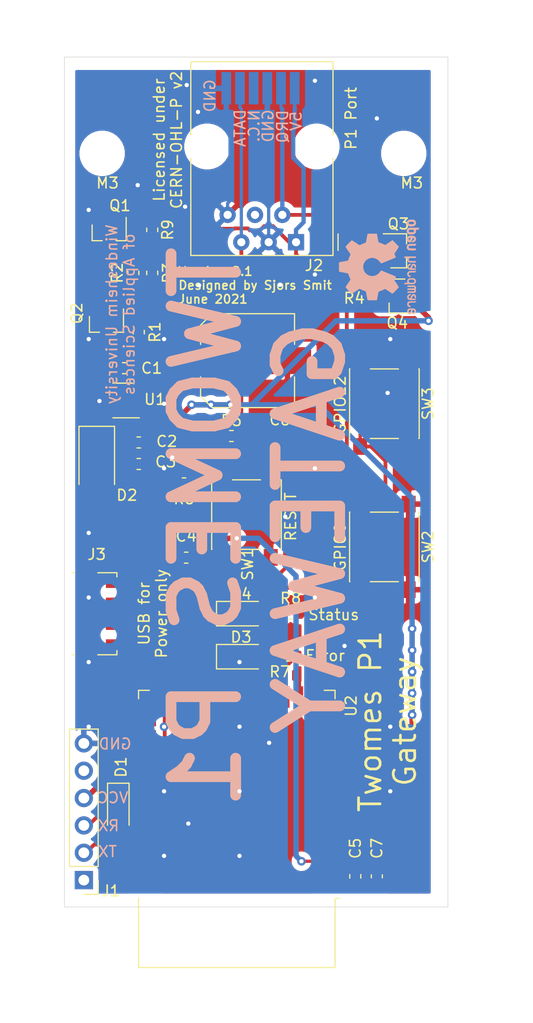
<source format=kicad_pcb>
(kicad_pcb (version 20171130) (host pcbnew "(5.1.7)-1")
  (layers (0 F.Cu signal) (31 B.Cu signal) (34 B.Paste user) (35 F.Paste user) (36 B.SilkS user) (37 F.SilkS user) (38 B.Mask user) (39 F.Mask user) (44 Edge.Cuts user))
  (net 0 "")
  (net 1 GND)
  (net 2 "Net-(C1-Pad1)")
  (net 3 +3V3)
  (net 4 /RESET)
  (net 5 /ESP_RX)
  (net 6 /RX0_5V)
  (net 7 VBUS)
  (net 8 "Net-(D3-Pad2)")
  (net 9 "Net-(D4-Pad2)")
  (net 10 /FTDI_CTS)
  (net 11 /ESP_TX)
  (net 12 /FTDI_DTR)
  (net 13 "Net-(J3-Pad4)")
  (net 14 "Net-(J3-Pad3)")
  (net 15 "Net-(J3-Pad2)")
  (net 16 "Net-(Q1-Pad3)")
  (net 17 +5V)
  (net 18 "Net-(Q1-Pad1)")
  (net 19 /DATA_REQ)
  (net 20 /ESP_DATA_REQ)
  (net 21 /RX_P1)
  (net 22 /LED_ERROR)
  (net 23 /LED_STATUS)
  (net 24 /GPIO0)
  (net 25 /GPIO12)
  (net 26 "Net-(U1-Pad4)")
  (net 27 "Net-(U2-Pad37)")
  (net 28 "Net-(U2-Pad36)")
  (net 29 "Net-(U2-Pad33)")
  (net 30 "Net-(U2-Pad32)")
  (net 31 "Net-(U2-Pad31)")
  (net 32 "Net-(U2-Pad30)")
  (net 33 "Net-(U2-Pad29)")
  (net 34 "Net-(U2-Pad26)")
  (net 35 "Net-(U2-Pad24)")
  (net 36 "Net-(U2-Pad23)")
  (net 37 "Net-(U2-Pad22)")
  (net 38 "Net-(U2-Pad21)")
  (net 39 "Net-(U2-Pad20)")
  (net 40 "Net-(U2-Pad19)")
  (net 41 "Net-(U2-Pad18)")
  (net 42 "Net-(U2-Pad17)")
  (net 43 "Net-(U2-Pad12)")
  (net 44 "Net-(U2-Pad11)")
  (net 45 "Net-(U2-Pad10)")
  (net 46 "Net-(U2-Pad9)")
  (net 47 "Net-(U2-Pad8)")
  (net 48 "Net-(U2-Pad7)")
  (net 49 "Net-(U2-Pad6)")
  (net 50 "Net-(U2-Pad5)")
  (net 51 "Net-(U2-Pad4)")
  (net 52 "Net-(J2-Pad4)")
  (net 53 "Net-(Q3-Pad1)")
  (net 54 "Net-(Q4-Pad2)")
  (net 55 "Net-(R2-Pad1)")
  (net 56 "Net-(R3-Pad2)")
  (net 57 "Net-(J4-Pad4)")
  (module Symbol:OSHW-Logo2_9.8x8mm_SilkScreen (layer B.Cu) (at 95.2 84.8 270)
    (fp_text reference REF** hide)
    (fp_text value OSHW-Logo2_9.8x8mm_SilkScreen hide)
  )
  (module Capacitor_SMD:C_0603_1608Metric (layer F.Cu) (at 95 141.4 270)
    (fp_text reference C7 (at -2.6 0 90) (layer F.SilkS))
    (fp_text value 10uF)
    (pad 2 smd roundrect (at 0.775 0 270) (size 0.9 0.95) (layers F.Cu F.Paste F.Mask) (net 1 GND))
    (pad 1 smd roundrect (at -0.775 0 270) (size 0.9 0.95) (layers F.Cu F.Paste F.Mask) (net 3 +3V3))
  )
  (module Capacitor_SMD:C_0603_1608Metric (layer F.Cu) (at 93 141.4 270)
    (fp_text reference C5 (at -2.6 0 90) (layer F.SilkS))
    (fp_text value 100nF)
    (pad 1 smd roundrect (at -0.7875 0 270) (size 0.875 0.95) (layers F.Cu F.Paste F.Mask) (net 3 +3V3))
    (pad 2 smd roundrect (at 0.7875 0 270) (size 0.875 0.95) (layers F.Cu F.Paste F.Mask) (net 1 GND))
  )
  (module Capacitor_SMD:CP_Elec_8x10.5 (layer F.Cu) (at 83 93.5)
    (fp_text reference C6 (at 3 5.5) (layer F.SilkS))
    (fp_text value 470uF)
    (pad 2 smd roundrect (at 3.7 0) (size 4.4 2.5) (layers F.Cu F.Paste F.Mask) (roundrect_rratio 0.1) (net 1 GND))
    (pad 1 smd roundrect (at -3.7 0) (size 4.4 2.5) (layers F.Cu F.Paste F.Mask) (roundrect_rratio 0.1) (net 2 "Net-(C1-Pad1)"))
  )
  (module Diode_SMD:D_SMA (layer F.Cu) (at 69 103 270)
    (fp_text reference D2 (at 3 -2.8 180) (layer F.SilkS))
    (fp_text value SS14)
    (pad 2 smd rect (at 2 0 270) (size 2.5 1.8) (layers F.Cu F.Paste F.Mask) (net 7 VBUS))
    (pad 1 smd rect (at -2 0 270) (size 2.5 1.8) (layers F.Cu F.Paste F.Mask) (net 2 "Net-(C1-Pad1)"))
  )
  (module TwomesGateway:Rj12SMD (layer B.Cu) (at 84.2 68.2)
    (fp_text reference J4 hide)
    (fp_text value Conn_01x06)
    (pad 6 smd rect (at -3.175 0 270) (size 3 0.9) (layers B.Cu B.Paste B.Mask) (net 1 GND))
    (pad 5 smd rect (at -1.905 0 270) (size 3 0.9) (layers B.Cu B.Paste B.Mask) (net 21 /RX_P1))
    (pad 4 smd rect (at -0.635 0 270) (size 3 0.9) (layers B.Cu B.Paste B.Mask) (net 57 "Net-(J4-Pad4)"))
    (pad 3 smd rect (at 0.635 0 270) (size 3 0.9) (layers B.Cu B.Paste B.Mask) (net 1 GND))
    (pad 2 smd rect (at 1.905 0 270) (size 3 0.9) (layers B.Cu B.Paste B.Mask) (net 19 /DATA_REQ))
    (pad 1 smd rect (at 3.175 0 270) (size 3 0.9) (layers B.Cu B.Paste B.Mask) (net 17 +5V))
  )
  (module TwomesGateway:ÙSB_JLC__SHOUHAN_microQTJ (layer F.Cu) (at 73.5 117 270)
    (fp_text reference J3 (at -5.5 4.5 180) (layer F.SilkS))
    (fp_text value USB_B_Micro)
    (pad 6 smd rect (at 3.2 3.2 270) (size 1.625 0.9) (layers F.Cu F.Paste F.Mask) (net 1 GND))
    (pad "" np_thru_hole circle (at 2 3.4 270) (size 0.5 0.5) (drill 0.5) (layers *.Cu *.Mask))
    (pad "" np_thru_hole circle (at -2 3.4 270) (size 0.5 0.5) (drill 0.5) (layers *.Cu *.Mask))
    (pad 5 smd rect (at 1.31 2.73 270) (size 0.4 1.85) (layers F.Cu F.Paste F.Mask) (net 1 GND))
    (pad 4 smd rect (at 0.66 2.73 270) (size 0.4 1.85) (layers F.Cu F.Paste F.Mask) (net 13 "Net-(J3-Pad4)"))
    (pad 3 smd rect (at 0.01 2.73 270) (size 0.4 1.85) (layers F.Cu F.Paste F.Mask) (net 14 "Net-(J3-Pad3)"))
    (pad 6 smd rect (at -3.2 3.2 270) (size 1.625 0.9) (layers F.Cu F.Paste F.Mask) (net 1 GND))
    (pad 2 smd rect (at -0.64 2.73 270) (size 0.4 1.85) (layers F.Cu F.Paste F.Mask) (net 15 "Net-(J3-Pad2)"))
    (pad 1 smd rect (at -1.29 2.73 270) (size 0.4 1.85) (layers F.Cu F.Paste F.Mask) (net 7 VBUS))
    (pad 6 smd rect (at 3.25 5.55 270) (size 1.715 1.3) (layers F.Cu F.Paste F.Mask) (net 1 GND))
    (pad 6 smd rect (at -3.25 5.55 270) (size 1.715 1.3) (layers F.Cu F.Paste F.Mask) (net 1 GND))
  )
  (module Resistor_SMD:R_0603_1608Metric (layer F.Cu) (at 74.15 81.35 270)
    (fp_text reference R9 (at 0 -1.43 90) (layer F.SilkS))
    (fp_text value 1R)
    (pad 2 smd roundrect (at 0.7875 0 270) (size 0.875 0.95) (layers F.Cu F.Paste F.Mask) (net 56 "Net-(R3-Pad2)"))
    (pad 1 smd roundrect (at -0.7875 0 270) (size 0.875 0.95) (layers F.Cu F.Paste F.Mask) (net 17 +5V))
  )
  (module Resistor_SMD:R_0603_1608Metric (layer F.Cu) (at 74.15 85.35 90)
    (fp_text reference R3 (at 0 1.5 90) (layer F.SilkS))
    (fp_text value 1R)
    (pad 2 smd roundrect (at 0.7875 0 90) (size 0.875 0.95) (layers F.Cu F.Paste F.Mask) (net 56 "Net-(R3-Pad2)"))
    (pad 1 smd roundrect (at -0.7875 0 90) (size 0.875 0.95) (layers F.Cu F.Paste F.Mask) (net 55 "Net-(R2-Pad1)"))
  )
  (module Package_TO_SOT_SMD:SOT-23 (layer F.Cu) (at 96.9 87.5 180)
    (fp_text reference Q4 (at 0 -2.5) (layer F.SilkS))
    (fp_text value MMBT3904)
    (pad 3 smd rect (at 1 0 180) (size 0.9 0.8) (layers F.Cu F.Paste F.Mask) (net 53 "Net-(Q3-Pad1)"))
    (pad 2 smd rect (at -1 0.95 180) (size 0.9 0.8) (layers F.Cu F.Paste F.Mask) (net 54 "Net-(Q4-Pad2)"))
    (pad 1 smd rect (at -1 -0.95 180) (size 0.9 0.8) (layers F.Cu F.Paste F.Mask) (net 3 +3V3))
  )
  (module Package_TO_SOT_SMD:SOT-23 (layer F.Cu) (at 97 83.3)
    (fp_text reference Q3 (at 0 -2.5) (layer F.SilkS))
    (fp_text value BC807)
    (pad 3 smd rect (at 1 0) (size 0.9 0.8) (layers F.Cu F.Paste F.Mask) (net 19 /DATA_REQ))
    (pad 2 smd rect (at -1 0.95) (size 0.9 0.8) (layers F.Cu F.Paste F.Mask) (net 17 +5V))
    (pad 1 smd rect (at -1 -0.95) (size 0.9 0.8) (layers F.Cu F.Paste F.Mask) (net 53 "Net-(Q3-Pad1)"))
  )
  (module Capacitor_SMD:C_0603_1608Metric (layer F.Cu) (at 77.3 111.8 180)
    (fp_text reference C4 (at 0 2) (layer F.SilkS))
    (fp_text value 100nF)
    (pad 2 smd roundrect (at 0.7875 0 180) (size 0.875 0.95) (layers F.Cu F.Paste F.Mask) (net 1 GND))
    (pad 1 smd roundrect (at -0.7875 0 180) (size 0.875 0.95) (layers F.Cu F.Paste F.Mask) (net 4 /RESET))
  )
  (module Package_TO_SOT_SMD:SOT-23 (layer F.Cu) (at 69.9 90.1 270)
    (fp_text reference Q2 (at -1 2.75 90) (layer F.SilkS))
    (fp_text value BC807)
    (pad 3 smd rect (at 1 0 270) (size 0.9 0.8) (layers F.Cu F.Paste F.Mask) (net 2 "Net-(C1-Pad1)"))
    (pad 2 smd rect (at -1 0.95 270) (size 0.9 0.8) (layers F.Cu F.Paste F.Mask) (net 18 "Net-(Q1-Pad1)"))
    (pad 1 smd rect (at -1 -0.95 270) (size 0.9 0.8) (layers F.Cu F.Paste F.Mask) (net 16 "Net-(Q1-Pad3)"))
  )
  (module Package_TO_SOT_SMD:SOT-23 (layer F.Cu) (at 70.15 81.6 270)
    (fp_text reference Q1 (at -2.5 -1 180) (layer F.SilkS))
    (fp_text value BC807)
    (pad 3 smd rect (at 1 0 270) (size 0.9 0.8) (layers F.Cu F.Paste F.Mask) (net 16 "Net-(Q1-Pad3)"))
    (pad 2 smd rect (at -1 0.95 270) (size 0.9 0.8) (layers F.Cu F.Paste F.Mask) (net 17 +5V))
    (pad 1 smd rect (at -1 -0.95 270) (size 0.9 0.8) (layers F.Cu F.Paste F.Mask) (net 18 "Net-(Q1-Pad1)"))
  )
  (module MountingHole:MountingHole_3.2mm_M3 (layer F.Cu) (at 69.5 74.25)
    (fp_text reference M3 (at 0.5 2.75) (layer F.SilkS))
    (fp_text value MountingHole_3.2mm_M3)
    (pad 1 np_thru_hole circle (at 0 0) (size 3.2 3.2) (drill 3.2) (layers *.Cu *.Mask))
  )
  (module MountingHole:MountingHole_3.2mm_M3 (layer F.Cu) (at 97.5 74.25)
    (fp_text reference M3 (at 0.75 2.75) (layer F.SilkS))
    (fp_text value MountingHole_3.2mm_M3)
    (pad 1 np_thru_hole circle (at 0 0) (size 3.2 3.2) (drill 3.2) (layers *.Cu *.Mask))
  )
  (module Connector_RJ:RJ12_Amphenol_54601 (layer F.Cu) (at 87.5 82.5 180)
    (fp_text reference J2 (at -1.67 -2.16) (layer F.SilkS))
    (fp_text value RJ12-6P6C)
    (pad 1 thru_hole rect (at 0 0 180) (size 1.52 1.52) (drill 0.76) (layers *.Cu *.Mask) (net 17 +5V))
    (pad "" np_thru_hole circle (at -1.91 8.89 180) (size 3.25 3.25) (drill 3.25) (layers *.Cu *.Mask))
    (pad 2 thru_hole circle (at 1.27 2.54 180) (size 1.52 1.52) (drill 0.76) (layers *.Cu *.Mask) (net 19 /DATA_REQ))
    (pad 3 thru_hole circle (at 2.54 0 180) (size 1.52 1.52) (drill 0.76) (layers *.Cu *.Mask) (net 1 GND))
    (pad 4 thru_hole circle (at 3.81 2.54 180) (size 1.52 1.52) (drill 0.76) (layers *.Cu *.Mask) (net 52 "Net-(J2-Pad4)"))
    (pad 5 thru_hole circle (at 5.08 0 180) (size 1.52 1.52) (drill 0.76) (layers *.Cu *.Mask) (net 21 /RX_P1))
    (pad 6 thru_hole circle (at 6.35 2.54 180) (size 1.52 1.52) (drill 0.76) (layers *.Cu *.Mask) (net 1 GND))
    (pad "" np_thru_hole circle (at 8.25 8.89 180) (size 3.25 3.25) (drill 3.25) (layers *.Cu *.Mask))
  )
  (module Diode_SMD:D_SOD-123 (layer F.Cu) (at 71 135 270)
    (fp_text reference D1 (at -3.75 -0.25 90) (layer F.SilkS))
    (fp_text value 1N4148W)
    (pad 2 smd rect (at 1.65 0 270) (size 0.9 1.2) (layers F.Cu F.Paste F.Mask) (net 5 /ESP_RX))
    (pad 1 smd rect (at -1.65 0 270) (size 0.9 1.2) (layers F.Cu F.Paste F.Mask) (net 6 /RX0_5V))
  )
  (module RF_Module:ESP32-WROOM-32 (layer F.Cu) (at 82 134 180)
    (fp_text reference U2 (at -10.61 8.43 90) (layer F.SilkS))
    (fp_text value ESP32-WROOM-32D)
    (pad 38 smd rect (at 8.5 -8.255 180) (size 2 0.9) (layers F.Cu F.Paste F.Mask) (net 1 GND))
    (pad 37 smd rect (at 8.5 -6.985 180) (size 2 0.9) (layers F.Cu F.Paste F.Mask) (net 27 "Net-(U2-Pad37)"))
    (pad 36 smd rect (at 8.5 -5.715 180) (size 2 0.9) (layers F.Cu F.Paste F.Mask) (net 28 "Net-(U2-Pad36)"))
    (pad 35 smd rect (at 8.5 -4.445 180) (size 2 0.9) (layers F.Cu F.Paste F.Mask) (net 11 /ESP_TX))
    (pad 34 smd rect (at 8.5 -3.175 180) (size 2 0.9) (layers F.Cu F.Paste F.Mask) (net 5 /ESP_RX))
    (pad 33 smd rect (at 8.5 -1.905 180) (size 2 0.9) (layers F.Cu F.Paste F.Mask) (net 29 "Net-(U2-Pad33)"))
    (pad 32 smd rect (at 8.5 -0.635 180) (size 2 0.9) (layers F.Cu F.Paste F.Mask) (net 30 "Net-(U2-Pad32)"))
    (pad 31 smd rect (at 8.5 0.635 180) (size 2 0.9) (layers F.Cu F.Paste F.Mask) (net 31 "Net-(U2-Pad31)"))
    (pad 30 smd rect (at 8.5 1.905 180) (size 2 0.9) (layers F.Cu F.Paste F.Mask) (net 32 "Net-(U2-Pad30)"))
    (pad 29 smd rect (at 8.5 3.175 180) (size 2 0.9) (layers F.Cu F.Paste F.Mask) (net 33 "Net-(U2-Pad29)"))
    (pad 28 smd rect (at 8.5 4.445 180) (size 2 0.9) (layers F.Cu F.Paste F.Mask) (net 20 /ESP_DATA_REQ))
    (pad 27 smd rect (at 8.5 5.715 180) (size 2 0.9) (layers F.Cu F.Paste F.Mask) (net 21 /RX_P1))
    (pad 26 smd rect (at 8.5 6.985 180) (size 2 0.9) (layers F.Cu F.Paste F.Mask) (net 34 "Net-(U2-Pad26)"))
    (pad 25 smd rect (at 8.5 8.255 180) (size 2 0.9) (layers F.Cu F.Paste F.Mask) (net 24 /GPIO0))
    (pad 24 smd rect (at 5.715 9.255 270) (size 2 0.9) (layers F.Cu F.Paste F.Mask) (net 35 "Net-(U2-Pad24)"))
    (pad 23 smd rect (at 4.445 9.255 270) (size 2 0.9) (layers F.Cu F.Paste F.Mask) (net 36 "Net-(U2-Pad23)"))
    (pad 22 smd rect (at 3.175 9.255 270) (size 2 0.9) (layers F.Cu F.Paste F.Mask) (net 37 "Net-(U2-Pad22)"))
    (pad 21 smd rect (at 1.905 9.255 270) (size 2 0.9) (layers F.Cu F.Paste F.Mask) (net 38 "Net-(U2-Pad21)"))
    (pad 20 smd rect (at 0.635 9.255 270) (size 2 0.9) (layers F.Cu F.Paste F.Mask) (net 39 "Net-(U2-Pad20)"))
    (pad 19 smd rect (at -0.635 9.255 270) (size 2 0.9) (layers F.Cu F.Paste F.Mask) (net 40 "Net-(U2-Pad19)"))
    (pad 18 smd rect (at -1.905 9.255 270) (size 2 0.9) (layers F.Cu F.Paste F.Mask) (net 41 "Net-(U2-Pad18)"))
    (pad 17 smd rect (at -3.175 9.255 270) (size 2 0.9) (layers F.Cu F.Paste F.Mask) (net 42 "Net-(U2-Pad17)"))
    (pad 16 smd rect (at -4.445 9.255 270) (size 2 0.9) (layers F.Cu F.Paste F.Mask) (net 22 /LED_ERROR))
    (pad 15 smd rect (at -5.715 9.255 270) (size 2 0.9) (layers F.Cu F.Paste F.Mask) (net 1 GND))
    (pad 14 smd rect (at -8.5 8.255 180) (size 2 0.9) (layers F.Cu F.Paste F.Mask) (net 25 /GPIO12))
    (pad 13 smd rect (at -8.5 6.985 180) (size 2 0.9) (layers F.Cu F.Paste F.Mask) (net 23 /LED_STATUS))
    (pad 12 smd rect (at -8.5 5.715 180) (size 2 0.9) (layers F.Cu F.Paste F.Mask) (net 43 "Net-(U2-Pad12)"))
    (pad 11 smd rect (at -8.5 4.445 180) (size 2 0.9) (layers F.Cu F.Paste F.Mask) (net 44 "Net-(U2-Pad11)"))
    (pad 10 smd rect (at -8.5 3.175 180) (size 2 0.9) (layers F.Cu F.Paste F.Mask) (net 45 "Net-(U2-Pad10)"))
    (pad 9 smd rect (at -8.5 1.905 180) (size 2 0.9) (layers F.Cu F.Paste F.Mask) (net 46 "Net-(U2-Pad9)"))
    (pad 8 smd rect (at -8.5 0.635 180) (size 2 0.9) (layers F.Cu F.Paste F.Mask) (net 47 "Net-(U2-Pad8)"))
    (pad 7 smd rect (at -8.5 -0.635 180) (size 2 0.9) (layers F.Cu F.Paste F.Mask) (net 48 "Net-(U2-Pad7)"))
    (pad 6 smd rect (at -8.5 -1.905 180) (size 2 0.9) (layers F.Cu F.Paste F.Mask) (net 49 "Net-(U2-Pad6)"))
    (pad 5 smd rect (at -8.5 -3.175 180) (size 2 0.9) (layers F.Cu F.Paste F.Mask) (net 50 "Net-(U2-Pad5)"))
    (pad 4 smd rect (at -8.5 -4.445 180) (size 2 0.9) (layers F.Cu F.Paste F.Mask) (net 51 "Net-(U2-Pad4)"))
    (pad 3 smd rect (at -8.5 -5.715 180) (size 2 0.9) (layers F.Cu F.Paste F.Mask) (net 4 /RESET))
    (pad 2 smd rect (at -8.5 -6.985 180) (size 2 0.9) (layers F.Cu F.Paste F.Mask) (net 3 +3V3))
    (pad 1 smd rect (at -8.5 -8.255 180) (size 2 0.9) (layers F.Cu F.Paste F.Mask) (net 1 GND))
    (pad 39 smd rect (at -1 -0.755 180) (size 5 5) (layers F.Cu F.Paste F.Mask) (net 1 GND))
  )
  (module Package_TO_SOT_SMD:SOT-23-5 (layer F.Cu) (at 71.4 97.2 180)
    (fp_text reference U1 (at -3 0.1) (layer F.SilkS))
    (fp_text value AP7365-33WG-7)
    (pad 5 smd rect (at 1.1 -0.95 180) (size 1.06 0.65) (layers F.Cu F.Paste F.Mask) (net 3 +3V3))
    (pad 4 smd rect (at 1.1 0.95 180) (size 1.06 0.65) (layers F.Cu F.Paste F.Mask) (net 26 "Net-(U1-Pad4)"))
    (pad 3 smd rect (at -1.1 0.95 180) (size 1.06 0.65) (layers F.Cu F.Paste F.Mask) (net 2 "Net-(C1-Pad1)"))
    (pad 2 smd rect (at -1.1 0 180) (size 1.06 0.65) (layers F.Cu F.Paste F.Mask) (net 1 GND))
    (pad 1 smd rect (at -1.1 -0.95 180) (size 1.06 0.65) (layers F.Cu F.Paste F.Mask) (net 2 "Net-(C1-Pad1)"))
  )
  (module Button_Switch_SMD:SW_Push_1P1T_NO_6x6mm_H9.5mm (layer F.Cu) (at 95.7 97.5 270)
    (fp_text reference SW3 (at 0 -4.05 90) (layer F.SilkS))
    (fp_text value SW_Push)
    (pad 2 smd rect (at 3.975 2.25 270) (size 1.55 1.3) (layers F.Cu F.Paste F.Mask) (net 25 /GPIO12))
    (pad 1 smd rect (at 3.975 -2.25 270) (size 1.55 1.3) (layers F.Cu F.Paste F.Mask) (net 1 GND))
    (pad 1 smd rect (at -3.975 -2.25 270) (size 1.55 1.3) (layers F.Cu F.Paste F.Mask) (net 1 GND))
    (pad 2 smd rect (at -3.975 2.25 270) (size 1.55 1.3) (layers F.Cu F.Paste F.Mask) (net 25 /GPIO12))
  )
  (module Button_Switch_SMD:SW_Push_1P1T_NO_6x6mm_H9.5mm (layer F.Cu) (at 95.7 110.8 270)
    (fp_text reference SW2 (at 0 -4.05 90) (layer F.SilkS))
    (fp_text value SW_Push)
    (pad 2 smd rect (at 3.975 2.25 270) (size 1.55 1.3) (layers F.Cu F.Paste F.Mask) (net 24 /GPIO0))
    (pad 1 smd rect (at 3.975 -2.25 270) (size 1.55 1.3) (layers F.Cu F.Paste F.Mask) (net 1 GND))
    (pad 1 smd rect (at -3.975 -2.25 270) (size 1.55 1.3) (layers F.Cu F.Paste F.Mask) (net 1 GND))
    (pad 2 smd rect (at -3.975 2.25 270) (size 1.55 1.3) (layers F.Cu F.Paste F.Mask) (net 24 /GPIO0))
  )
  (module Button_Switch_SMD:SW_Push_1P1T_NO_6x6mm_H9.5mm (layer F.Cu) (at 82.9 107.8 270)
    (fp_text reference SW1 (at 4.6 -0.1 90) (layer F.SilkS))
    (fp_text value SW_Push)
    (pad 2 smd rect (at 3.975 2.25 270) (size 1.55 1.3) (layers F.Cu F.Paste F.Mask) (net 4 /RESET))
    (pad 1 smd rect (at 3.975 -2.25 270) (size 1.55 1.3) (layers F.Cu F.Paste F.Mask) (net 1 GND))
    (pad 1 smd rect (at -3.975 -2.25 270) (size 1.55 1.3) (layers F.Cu F.Paste F.Mask) (net 1 GND))
    (pad 2 smd rect (at -3.975 2.25 270) (size 1.55 1.3) (layers F.Cu F.Paste F.Mask) (net 4 /RESET))
  )
  (module Resistor_SMD:R_0603_1608Metric (layer F.Cu) (at 87 117)
    (fp_text reference R8 (at 0 -1.43) (layer F.SilkS))
    (fp_text value 1k)
    (pad 2 smd roundrect (at 0.7875 0) (size 0.875 0.95) (layers F.Cu F.Paste F.Mask) (net 23 /LED_STATUS))
    (pad 1 smd roundrect (at -0.7875 0) (size 0.875 0.95) (layers F.Cu F.Paste F.Mask) (net 9 "Net-(D4-Pad2)"))
  )
  (module Resistor_SMD:R_0603_1608Metric (layer F.Cu) (at 86.7875 120.9)
    (fp_text reference R7 (at -0.7875 1.5) (layer F.SilkS))
    (fp_text value 1k)
    (pad 2 smd roundrect (at 0.7875 0) (size 0.875 0.95) (layers F.Cu F.Paste F.Mask) (net 22 /LED_ERROR))
    (pad 1 smd roundrect (at -0.7875 0) (size 0.875 0.95) (layers F.Cu F.Paste F.Mask) (net 8 "Net-(D3-Pad2)"))
  )
  (module Resistor_SMD:R_0603_1608Metric (layer F.Cu) (at 77.1 104.9 180)
    (fp_text reference R6 (at 0 -1.43) (layer F.SilkS))
    (fp_text value 10k)
    (pad 2 smd roundrect (at 0.7875 0 180) (size 0.875 0.95) (layers F.Cu F.Paste F.Mask) (net 3 +3V3))
    (pad 1 smd roundrect (at -0.7875 0 180) (size 0.875 0.95) (layers F.Cu F.Paste F.Mask) (net 4 /RESET))
  )
  (module Resistor_SMD:R_0603_1608Metric (layer F.Cu) (at 81.5 100.5)
    (fp_text reference R5 (at 0 -1.43) (layer F.SilkS))
    (fp_text value 10k)
    (pad 2 smd roundrect (at 0.7875 0) (size 0.875 0.95) (layers F.Cu F.Paste F.Mask) (net 21 /RX_P1))
    (pad 1 smd roundrect (at -0.7875 0) (size 0.875 0.95) (layers F.Cu F.Paste F.Mask) (net 3 +3V3))
  )
  (module Resistor_SMD:R_0603_1608Metric (layer F.Cu) (at 93 86.3)
    (fp_text reference R4 (at -0.1 1.4) (layer F.SilkS))
    (fp_text value 2.2k)
    (pad 2 smd roundrect (at 0.7875 0) (size 0.875 0.95) (layers F.Cu F.Paste F.Mask) (net 54 "Net-(Q4-Pad2)"))
    (pad 1 smd roundrect (at -0.7875 0) (size 0.875 0.95) (layers F.Cu F.Paste F.Mask) (net 20 /ESP_DATA_REQ))
  )
  (module Resistor_SMD:R_0603_1608Metric (layer F.Cu) (at 72.4 85.35 90)
    (fp_text reference R2 (at 0 -1.5 90) (layer F.SilkS))
    (fp_text value 1R)
    (pad 2 smd roundrect (at 0.7875 0 90) (size 0.875 0.95) (layers F.Cu F.Paste F.Mask) (net 18 "Net-(Q1-Pad1)"))
    (pad 1 smd roundrect (at -0.7875 0 90) (size 0.875 0.95) (layers F.Cu F.Paste F.Mask) (net 55 "Net-(R2-Pad1)"))
  )
  (module Resistor_SMD:R_0603_1608Metric (layer F.Cu) (at 72.9 90.85 90)
    (fp_text reference R1 (at 0 1.5 90) (layer F.SilkS))
    (fp_text value 1k)
    (pad 2 smd roundrect (at 0.7875 0 90) (size 0.875 0.95) (layers F.Cu F.Paste F.Mask) (net 16 "Net-(Q1-Pad3)"))
    (pad 1 smd roundrect (at -0.7875 0 90) (size 0.875 0.95) (layers F.Cu F.Paste F.Mask) (net 1 GND))
  )
  (module Connector_PinHeader_2.54mm:PinHeader_1x06_P2.54mm_Vertical (layer F.Cu) (at 67.8 141.75 180)
    (fp_text reference J1 (at -2.5 -1) (layer F.SilkS))
    (fp_text value "FTDI header")
    (pad 6 thru_hole oval (at 0 12.7 180) (size 1.7 1.7) (drill 1) (layers *.Cu *.Mask) (net 1 GND))
    (pad 5 thru_hole oval (at 0 10.16 180) (size 1.7 1.7) (drill 1) (layers *.Cu *.Mask) (net 10 /FTDI_CTS))
    (pad 4 thru_hole oval (at 0 7.62 180) (size 1.7 1.7) (drill 1) (layers *.Cu *.Mask) (net 7 VBUS))
    (pad 3 thru_hole oval (at 0 5.08 180) (size 1.7 1.7) (drill 1) (layers *.Cu *.Mask) (net 6 /RX0_5V))
    (pad 2 thru_hole oval (at 0 2.54 180) (size 1.7 1.7) (drill 1) (layers *.Cu *.Mask) (net 11 /ESP_TX))
    (pad 1 thru_hole rect (at 0 0 180) (size 1.7 1.7) (drill 1) (layers *.Cu *.Mask) (net 12 /FTDI_DTR))
  )
  (module LED_SMD:LED_1206_3216Metric (layer F.Cu) (at 82.4 117)
    (fp_text reference D4 (at 0 -1.82) (layer F.SilkS))
    (fp_text value LED_GREEN)
    (pad 2 smd roundrect (at 1.4 0) (size 1.25 1.75) (layers F.Cu F.Paste F.Mask) (roundrect_rratio 0.2) (net 9 "Net-(D4-Pad2)"))
    (pad 1 smd roundrect (at -1.4 0) (size 1.25 1.75) (layers F.Cu F.Paste F.Mask) (roundrect_rratio 0.2) (net 1 GND))
  )
  (module LED_SMD:LED_1206_3216Metric (layer F.Cu) (at 82.4 121)
    (fp_text reference D3 (at 0 -1.82) (layer F.SilkS))
    (fp_text value LED_RED)
    (pad 2 smd roundrect (at 1.4 0) (size 1.25 1.75) (layers F.Cu F.Paste F.Mask) (roundrect_rratio 0.2) (net 8 "Net-(D3-Pad2)"))
    (pad 1 smd roundrect (at -1.4 0) (size 1.25 1.75) (layers F.Cu F.Paste F.Mask) (roundrect_rratio 0.2) (net 1 GND))
  )
  (module Capacitor_SMD:C_0603_1608Metric (layer F.Cu) (at 72.9 103.1)
    (fp_text reference C3 (at 2.5 -0.2) (layer F.SilkS))
    (fp_text value 100nF)
    (pad 2 smd roundrect (at 0.7875 0) (size 0.875 0.95) (layers F.Cu F.Paste F.Mask) (net 1 GND))
    (pad 1 smd roundrect (at -0.7875 0) (size 0.875 0.95) (layers F.Cu F.Paste F.Mask) (net 3 +3V3))
  )
  (module Capacitor_SMD:C_0603_1608Metric (layer F.Cu) (at 72.9 101.1)
    (fp_text reference C2 (at 2.6 -0.1) (layer F.SilkS))
    (fp_text value 1uF)
    (pad 2 smd roundrect (at 0.7875 0) (size 0.875 0.95) (layers F.Cu F.Paste F.Mask) (net 1 GND))
    (pad 1 smd roundrect (at -0.7875 0) (size 0.875 0.95) (layers F.Cu F.Paste F.Mask) (net 3 +3V3))
  )
  (module Capacitor_SMD:C_0603_1608Metric (layer F.Cu) (at 71.55 94.2)
    (fp_text reference C1 (at 2.55 0) (layer F.SilkS))
    (fp_text value 1uF)
    (pad 2 smd roundrect (at 0.7875 0) (size 0.875 0.95) (layers F.Cu F.Paste F.Mask) (net 1 GND))
    (pad 1 smd roundrect (at -0.7875 0) (size 0.875 0.95) (layers F.Cu F.Paste F.Mask) (net 2 "Net-(C1-Pad1)"))
  )
  (gr_text "Licensed under\nCERN-OHL-P v2" (at 75.6 73 90) (layer F.SilkS) (effects (font (size 1 1))))
  (gr_text "Windesheim University\nof Applied Sciences" (at 71.2 89.2 90) (layer B.SilkS) (effects (font (size 1 1)) (justify mirror)))
  (gr_text "TWOMES P1\nGATEWAY" (at 84 109 90) (layer B.SilkS) (effects (font (size 6 6) (thickness 1)) (justify mirror)))
  (gr_text "V2.1\nJune 2021\nTwomes P1\nGateway" (at 67.15 69.2) (layer F.Cu) (effects (font (size 0.8 0.8)) (justify left)))
  (gr_text "Version 2.1\nDesigned by Sjors Smit\nJune 2021" (at 76.5 86.5) (layer F.SilkS) (effects (font (size 0.8 0.8)) (justify left)))
  (gr_text "Twomes P1\nGateway" (at 96 127 90) (layer F.SilkS) (effects (font (size 2 2) (thickness 0.25))))
  (gr_text "USB for\nPower only" (at 74.2 117 90) (layer F.SilkS) (effects (font (size 1 1))))
  (gr_text Status (at 91 117.1) (layer F.SilkS) (effects (font (size 1 1))))
  (gr_text Error (at 90.2 120.9) (layer F.SilkS) (effects (font (size 1 1))))
  (gr_text "P1 Port" (at 92.6 71 90) (layer F.SilkS) (effects (font (size 1 1))))
  (gr_text TX (at 70 139.1) (layer B.SilkS) (effects (font (size 1 1)) (justify mirror)))
  (gr_text RX (at 70.1 136.7) (layer B.SilkS) (effects (font (size 1 1)) (justify mirror)))
  (gr_text VCC (at 70.5 134.1) (layer B.SilkS) (effects (font (size 1 1)) (justify mirror)))
  (gr_text GND (at 70.7 129.1) (layer B.SilkS) (effects (font (size 1 1)) (justify mirror)))
  (gr_text GND (at 79.5 68.9 90) (layer B.SilkS) (effects (font (size 1 1)) (justify mirror)))
  (gr_text "DATA\n" (at 82.3 71.9 90) (layer B.SilkS) (effects (font (size 1 1)) (justify mirror)))
  (gr_text N.C. (at 83.6 71.7 90) (layer B.SilkS) (effects (font (size 1 1)) (justify mirror)))
  (gr_text GND (at 84.9 71.7 90) (layer B.SilkS) (effects (font (size 1 1)) (justify mirror)))
  (gr_text DRQ (at 86.25 71.75 90) (layer B.SilkS) (effects (font (size 1 1)) (justify mirror)))
  (gr_text 5V (at 87.5 71.25 90) (layer B.SilkS) (effects (font (size 1 1)) (justify mirror)))
  (gr_text GPIO12 (at 91.6 97.6 90) (layer F.SilkS) (effects (font (size 1 1))))
  (gr_text GPIO0 (at 91.6 110.8 90) (layer F.SilkS) (effects (font (size 1 1))))
  (gr_text RESET (at 87 108 90) (layer F.SilkS) (effects (font (size 1 1))))
  (gr_line (start 66 65.3) (end 66 70.75) (layer Edge.Cuts) (width 0.05))
  (gr_line (start 101.6 70.75) (end 101.6 65.3) (layer Edge.Cuts) (width 0.05))
  (gr_line (start 101.6 65.3) (end 101 65.3) (layer Edge.Cuts) (width 0.05))
  (gr_line (start 101 144.25) (end 101.6 144.25) (layer Edge.Cuts) (width 0.05))
  (gr_line (start 66 65.3) (end 101 65.3) (layer Edge.Cuts) (width 0.05))
  (gr_line (start 66 144.25) (end 101 144.25) (layer Edge.Cuts) (width 0.05))
  (gr_line (start 101.6 144.25) (end 101.6 70.75) (layer Edge.Cuts) (width 0.05))
  (gr_line (start 66 70.75) (end 66 144.25) (layer Edge.Cuts) (width 0.05))
  (via (at 69.25 97.25) (size 0.8) (drill 0.4) (layers F.Cu B.Cu) (net 1))
  (segment (start 70.77 118.31) (end 71.31 118.31) (width 0.2) (layer F.Cu) (net 1))
  (segment (start 71.31 118.31) (end 71.6 118.6) (width 0.2) (layer F.Cu) (net 1))
  (segment (start 71.6 118.6) (end 71.6 119.2) (width 0.2) (layer F.Cu) (net 1))
  (segment (start 84.96 70.125) (end 84.835 70) (width 0.3) (layer B.Cu) (net 1))
  (segment (start 84.96 82.5) (end 84.96 70.125) (width 0.3) (layer B.Cu) (net 1))
  (segment (start 81.025 71.8) (end 81.025 70) (width 0.3) (layer B.Cu) (net 1))
  (segment (start 81.375001 72.150001) (end 81.025 71.8) (width 0.3) (layer B.Cu) (net 1))
  (segment (start 81.15 78.885198) (end 81.375001 78.660197) (width 0.3) (layer B.Cu) (net 1))
  (segment (start 81.375001 78.660197) (end 81.375001 72.150001) (width 0.3) (layer B.Cu) (net 1))
  (segment (start 81.15 79.96) (end 81.15 78.885198) (width 0.3) (layer B.Cu) (net 1))
  (segment (start 84.835 70) (end 84.835 68.2) (width 0.3) (layer B.Cu) (net 1))
  (segment (start 81.025 70) (end 81.025 68.2) (width 0.3) (layer B.Cu) (net 1))
  (via (at 96 96.5) (size 0.8) (drill 0.4) (layers F.Cu B.Cu) (net 1))
  (via (at 86 86.45) (size 0.8) (drill 0.4) (layers F.Cu B.Cu) (net 1))
  (via (at 78.5 86.5) (size 0.8) (drill 0.4) (layers F.Cu B.Cu) (net 1))
  (via (at 77.2 79.2) (size 0.8) (drill 0.4) (layers F.Cu B.Cu) (net 1))
  (via (at 77.5 136.5) (size 0.8) (drill 0.4) (layers F.Cu B.Cu) (net 1))
  (via (at 85 129) (size 0.8) (drill 0.4) (layers F.Cu B.Cu) (net 1))
  (via (at 92 120) (size 0.8) (drill 0.4) (layers F.Cu B.Cu) (net 1))
  (via (at 86.5 108) (size 0.8) (drill 0.4) (layers F.Cu B.Cu) (net 1))
  (via (at 76 102.5) (size 0.8) (drill 0.4) (layers F.Cu B.Cu) (net 1))
  (segment (start 72.45 97.25) (end 72.5 97.2) (width 0.3) (layer F.Cu) (net 1))
  (segment (start 69.25 97.25) (end 72.45 97.25) (width 0.3) (layer F.Cu) (net 1))
  (via (at 77.35 67.9) (size 0.8) (drill 0.4) (layers F.Cu B.Cu) (net 1))
  (via (at 89.25 67.5) (size 0.8) (drill 0.4) (layers F.Cu B.Cu) (net 1))
  (via (at 95 71) (size 0.8) (drill 0.4) (layers F.Cu B.Cu) (net 1))
  (via (at 78.4 70.4) (size 0.8) (drill 0.4) (layers F.Cu B.Cu) (net 1))
  (via (at 68.25 79.5) (size 0.8) (drill 0.4) (layers F.Cu B.Cu) (net 1))
  (via (at 72.8 77.2) (size 0.8) (drill 0.4) (layers F.Cu B.Cu) (net 1))
  (via (at 89.25 85.5) (size 0.8) (drill 0.4) (layers F.Cu B.Cu) (net 1))
  (via (at 68.25 91.5) (size 0.8) (drill 0.4) (layers F.Cu B.Cu) (net 1))
  (via (at 75.25 91.5) (size 0.8) (drill 0.4) (layers F.Cu B.Cu) (net 1))
  (via (at 96.25 91.5) (size 0.8) (drill 0.4) (layers F.Cu B.Cu) (net 1))
  (via (at 75.25 97.5) (size 0.8) (drill 0.4) (layers F.Cu B.Cu) (net 1))
  (via (at 75.25 103.5) (size 0.8) (drill 0.4) (layers F.Cu B.Cu) (net 1))
  (via (at 89.25 103.5) (size 0.8) (drill 0.4) (layers F.Cu B.Cu) (net 1))
  (via (at 68.25 109.5) (size 0.8) (drill 0.4) (layers F.Cu B.Cu) (net 1))
  (via (at 68.25 115.5) (size 0.8) (drill 0.4) (layers F.Cu B.Cu) (net 1))
  (via (at 89.25 115.5) (size 0.8) (drill 0.4) (layers F.Cu B.Cu) (net 1))
  (via (at 68.25 121.5) (size 0.8) (drill 0.4) (layers F.Cu B.Cu) (net 1))
  (via (at 82.25 121.5) (size 0.8) (drill 0.4) (layers F.Cu B.Cu) (net 1))
  (via (at 68.25 127.5) (size 0.8) (drill 0.4) (layers F.Cu B.Cu) (net 1))
  (via (at 82.25 127.5) (size 0.8) (drill 0.4) (layers F.Cu B.Cu) (net 1))
  (via (at 96.25 127.5) (size 0.8) (drill 0.4) (layers F.Cu B.Cu) (net 1))
  (via (at 75.25 133.5) (size 0.8) (drill 0.4) (layers F.Cu B.Cu) (net 1))
  (via (at 82.25 133.5) (size 0.8) (drill 0.4) (layers F.Cu B.Cu) (net 1))
  (via (at 96.25 133.5) (size 0.8) (drill 0.4) (layers F.Cu B.Cu) (net 1))
  (via (at 75.25 139.5) (size 0.8) (drill 0.4) (layers F.Cu B.Cu) (net 1))
  (via (at 82.25 139.5) (size 0.8) (drill 0.4) (layers F.Cu B.Cu) (net 1))
  (segment (start 70.7625 92.7625) (end 70.7625 94.2) (width 0.5) (layer F.Cu) (net 2))
  (segment (start 69.9 91.1) (end 69.9 91.9) (width 0.5) (layer F.Cu) (net 2))
  (segment (start 69.9 91.9) (end 70.7625 92.7625) (width 0.5) (layer F.Cu) (net 2))
  (segment (start 70.7625 94.5125) (end 72.5 96.25) (width 0.5) (layer F.Cu) (net 2))
  (segment (start 70.7625 94.2) (end 70.7625 94.5125) (width 0.5) (layer F.Cu) (net 2))
  (segment (start 73.38 96.25) (end 73.65 96.52) (width 0.5) (layer F.Cu) (net 2))
  (segment (start 72.5 96.25) (end 73.38 96.25) (width 0.5) (layer F.Cu) (net 2))
  (segment (start 73.38 98.15) (end 72.5 98.15) (width 0.5) (layer F.Cu) (net 2))
  (segment (start 73.65 97.88) (end 73.38 98.15) (width 0.5) (layer F.Cu) (net 2))
  (segment (start 73.65 96.52) (end 73.65 97.88) (width 0.5) (layer F.Cu) (net 2))
  (segment (start 69.9 94.2) (end 70.7625 94.2) (width 0.5) (layer F.Cu) (net 2))
  (segment (start 67.7 96.4) (end 69.9 94.2) (width 0.5) (layer F.Cu) (net 2))
  (segment (start 67.7 99.1) (end 67.7 96.4) (width 0.5) (layer F.Cu) (net 2))
  (segment (start 69 101) (end 69 100.4) (width 0.5) (layer F.Cu) (net 2))
  (segment (start 69 100.4) (end 67.7 99.1) (width 0.5) (layer F.Cu) (net 2))
  (segment (start 75.1 96.25) (end 73.38 96.25) (width 0.5) (layer F.Cu) (net 2))
  (segment (start 78.7 92.65) (end 75.1 96.25) (width 0.5) (layer F.Cu) (net 2))
  (via (at 79.6 97.6) (size 0.8) (drill 0.4) (layers F.Cu B.Cu) (net 3))
  (segment (start 72.1125 101.1) (end 72.1125 103.1) (width 0.5) (layer F.Cu) (net 3))
  (segment (start 72.1125 99.7575) (end 70.505 98.15) (width 0.5) (layer F.Cu) (net 3))
  (segment (start 70.505 98.15) (end 70.3 98.15) (width 0.5) (layer F.Cu) (net 3))
  (segment (start 72.1125 101.1) (end 72.1125 99.7575) (width 0.5) (layer F.Cu) (net 3))
  (segment (start 73.8375 105.3) (end 72.1125 103.575) (width 0.5) (layer F.Cu) (net 3))
  (segment (start 72.1125 103.575) (end 72.1125 103.1) (width 0.5) (layer F.Cu) (net 3))
  (segment (start 76.1125 105.3) (end 73.8375 105.3) (width 0.5) (layer F.Cu) (net 3))
  (segment (start 80.7125 100.5) (end 76.4 100.5) (width 0.5) (layer F.Cu) (net 3))
  (segment (start 75.6575 99.7575) (end 72.1125 99.7575) (width 0.5) (layer F.Cu) (net 3))
  (segment (start 76.4 100.5) (end 75.6575 99.7575) (width 0.5) (layer F.Cu) (net 3))
  (segment (start 98.75 88.45) (end 97.9 88.45) (width 0.5) (layer F.Cu) (net 3))
  (segment (start 99.8 89.5) (end 98.75 88.45) (width 0.5) (layer F.Cu) (net 3))
  (segment (start 98.27501 122.72499) (end 98.27501 122.72499) (width 0.5) (layer F.Cu) (net 3))
  (segment (start 99.8 89.8) (end 99.8 89.5) (width 0.5) (layer F.Cu) (net 3))
  (via (at 99.8 89.8) (size 0.8) (drill 0.4) (layers F.Cu B.Cu) (net 3))
  (segment (start 99.8 89.8) (end 91.2 89.8) (width 0.5) (layer B.Cu) (net 3))
  (segment (start 91.2 89.8) (end 83.4 97.6) (width 0.5) (layer B.Cu) (net 3))
  (segment (start 83.4 97.6) (end 79.6 97.6) (width 0.5) (layer B.Cu) (net 3))
  (segment (start 77.815 97.6) (end 75.6575 99.7575) (width 0.5) (layer F.Cu) (net 3))
  (segment (start 79.6 97.6) (end 77.815 97.6) (width 0.5) (layer F.Cu) (net 3))
  (segment (start 79.6 97.6) (end 81.4 97.6) (width 0.5) (layer F.Cu) (net 3))
  (segment (start 79.6 97.6) (end 78 97.6) (width 0.5) (layer B.Cu) (net 3))
  (segment (start 78 97.6) (end 77.8 97.6) (width 0.5) (layer B.Cu) (net 3))
  (segment (start 77.8 97.6) (end 77.8 97.6) (width 0.5) (layer B.Cu) (net 3))
  (via (at 77.8 97.6) (size 0.8) (drill 0.4) (layers F.Cu B.Cu) (net 3))
  (segment (start 81.4 97.6) (end 81.4 97.6) (width 0.5) (layer F.Cu) (net 3))
  (via (at 81.4 97.6) (size 0.8) (drill 0.4) (layers F.Cu B.Cu) (net 3))
  (segment (start 98.27501 126.32499) (end 98.27501 121.12499) (width 0.5) (layer F.Cu) (net 3))
  (segment (start 98.27501 121.12499) (end 98.27501 118.27501) (width 0.5) (layer F.Cu) (net 3))
  (via (at 98.27501 118.4) (size 0.8) (drill 0.4) (layers F.Cu B.Cu) (net 3))
  (via (at 98.27501 120.4) (size 0.8) (drill 0.4) (layers F.Cu B.Cu) (net 3))
  (via (at 98.27501 122.4) (size 0.8) (drill 0.4) (layers F.Cu B.Cu) (net 3))
  (via (at 98.27501 124.4) (size 0.8) (drill 0.4) (layers F.Cu B.Cu) (net 3))
  (via (at 98.27501 126.4) (size 0.8) (drill 0.4) (layers F.Cu B.Cu) (net 3))
  (segment (start 98.27501 125.52499) (end 98.27501 126.4) (width 0.5) (layer B.Cu) (net 3))
  (segment (start 98.27501 106.27501) (end 98.27501 125.52499) (width 0.5) (layer B.Cu) (net 3))
  (segment (start 83.4 97.6) (end 89.6 97.6) (width 0.5) (layer B.Cu) (net 3))
  (segment (start 89.6 97.6) (end 98.27501 106.27501) (width 0.5) (layer B.Cu) (net 3))
  (segment (start 76.3125 105.1) (end 76.1125 105.3) (width 0.3) (layer F.Cu) (net 3))
  (segment (start 76.3125 104.9) (end 76.3125 105.1) (width 0.3) (layer F.Cu) (net 3))
  (segment (start 98.27501 137.33749) (end 95 140.6125) (width 0.5) (layer F.Cu) (net 3))
  (segment (start 98.27501 126.4) (end 98.27501 137.33749) (width 0.5) (layer F.Cu) (net 3))
  (segment (start 92.8125 140.6125) (end 92.8 140.625) (width 0.5) (layer F.Cu) (net 3))
  (segment (start 95 140.6125) (end 92.8125 140.6125) (width 0.5) (layer F.Cu) (net 3))
  (segment (start 92.44 140.985) (end 90.5 140.985) (width 0.5) (layer F.Cu) (net 3))
  (segment (start 92.8 140.625) (end 92.44 140.985) (width 0.5) (layer F.Cu) (net 3))
  (segment (start 77.9125 104.925) (end 77.8875 104.9) (width 0.35) (layer F.Cu) (net 4))
  (segment (start 78.0875 111.8) (end 80.625 111.8) (width 0.35) (layer F.Cu) (net 4))
  (segment (start 79.575 104.9) (end 80.65 103.825) (width 0.35) (layer F.Cu) (net 4))
  (segment (start 77.8875 104.9) (end 79.575 104.9) (width 0.35) (layer F.Cu) (net 4))
  (segment (start 80.65 110.5) (end 81.15 110) (width 0.5) (layer F.Cu) (net 4))
  (segment (start 80.65 111.775) (end 80.65 110.5) (width 0.5) (layer F.Cu) (net 4))
  (segment (start 81.15 110) (end 82 110) (width 0.5) (layer F.Cu) (net 4))
  (segment (start 82 110) (end 82 110) (width 0.5) (layer F.Cu) (net 4))
  (via (at 82 110) (size 0.8) (drill 0.4) (layers F.Cu B.Cu) (net 4))
  (segment (start 82 110) (end 84 110) (width 0.5) (layer B.Cu) (net 4))
  (segment (start 84 110) (end 87.5 113.5) (width 0.5) (layer B.Cu) (net 4))
  (segment (start 87.5 113.5) (end 87.5 139.5) (width 0.5) (layer B.Cu) (net 4))
  (segment (start 87.5 139.5) (end 88 140) (width 0.5) (layer B.Cu) (net 4))
  (segment (start 88 140) (end 88 140) (width 0.5) (layer B.Cu) (net 4))
  (via (at 88 140) (size 0.8) (drill 0.4) (layers F.Cu B.Cu) (net 4))
  (segment (start 90.215 140) (end 90.5 139.715) (width 0.3) (layer F.Cu) (net 4))
  (segment (start 88 140) (end 90.215 140) (width 0.3) (layer F.Cu) (net 4))
  (segment (start 71.275 137.175) (end 73.5 137.175) (width 0.35) (layer F.Cu) (net 5))
  (segment (start 70.75 136.65) (end 71.275 137.175) (width 0.35) (layer F.Cu) (net 5))
  (segment (start 68 136.67) (end 68 136.8) (width 0.35) (layer F.Cu) (net 6))
  (segment (start 70.75 134.15) (end 70.75 133.35) (width 0.35) (layer F.Cu) (net 6))
  (segment (start 68.1 136.8) (end 70.75 134.15) (width 0.35) (layer F.Cu) (net 6))
  (segment (start 68 136.8) (end 68.1 136.8) (width 0.35) (layer F.Cu) (net 6))
  (segment (start 72.6 114.4) (end 71.5 115.5) (width 0.5) (layer F.Cu) (net 7))
  (segment (start 71.29 115.71) (end 70.77 115.71) (width 0.5) (layer F.Cu) (net 7))
  (segment (start 71.5 115.5) (end 71.29 115.71) (width 0.5) (layer F.Cu) (net 7))
  (segment (start 70.6 131.53) (end 70.6 123.5) (width 0.5) (layer F.Cu) (net 7))
  (segment (start 72.6 121.5) (end 72.6 111.5) (width 0.5) (layer F.Cu) (net 7))
  (segment (start 72.6 111.5) (end 69 107.9) (width 0.5) (layer F.Cu) (net 7))
  (segment (start 69 107.9) (end 69 105) (width 0.5) (layer F.Cu) (net 7))
  (segment (start 68 134.13) (end 70.6 131.53) (width 0.5) (layer F.Cu) (net 7))
  (segment (start 70.6 123.5) (end 72.6 121.5) (width 0.5) (layer F.Cu) (net 7))
  (segment (start 83.9 120.9) (end 83.8 121) (width 0.35) (layer F.Cu) (net 8))
  (segment (start 86 120.9) (end 83.9 120.9) (width 0.35) (layer F.Cu) (net 8))
  (segment (start 86.2125 117) (end 83.8 117) (width 0.35) (layer F.Cu) (net 9))
  (segment (start 68.765 138.445) (end 68 139.21) (width 0.35) (layer F.Cu) (net 11))
  (segment (start 73.5 138.445) (end 68.765 138.445) (width 0.35) (layer F.Cu) (net 11))
  (segment (start 70.15 82.6) (end 70.15 86.6) (width 0.35) (layer F.Cu) (net 16))
  (segment (start 70.85 87.3) (end 70.85 89.1) (width 0.35) (layer F.Cu) (net 16))
  (segment (start 70.15 86.6) (end 70.85 87.3) (width 0.35) (layer F.Cu) (net 16))
  (segment (start 71.9375 89.1) (end 72.9 90.0625) (width 0.35) (layer F.Cu) (net 16))
  (segment (start 70.85 89.1) (end 71.9375 89.1) (width 0.35) (layer F.Cu) (net 16))
  (segment (start 73.65 79.1) (end 74.15 79.6) (width 0.35) (layer F.Cu) (net 17))
  (segment (start 74.15 79.6) (end 74.15 80.5625) (width 0.35) (layer F.Cu) (net 17))
  (segment (start 69.9 79.1) (end 73.65 79.1) (width 0.35) (layer F.Cu) (net 17))
  (segment (start 69.2 80.6) (end 69.2 79.8) (width 0.35) (layer F.Cu) (net 17))
  (segment (start 69.2 79.8) (end 69.9 79.1) (width 0.35) (layer F.Cu) (net 17))
  (segment (start 74.625 80.5625) (end 74.15 80.5625) (width 0.35) (layer F.Cu) (net 17))
  (segment (start 75.307501 81.245001) (end 74.625 80.5625) (width 0.35) (layer F.Cu) (net 17))
  (segment (start 81.766801 81.245001) (end 75.307501 81.245001) (width 0.35) (layer F.Cu) (net 17))
  (segment (start 83.221802 81.4) (end 83.036801 81.214999) (width 0.35) (layer F.Cu) (net 17))
  (segment (start 84.151802 81.4) (end 83.221802 81.4) (width 0.35) (layer F.Cu) (net 17))
  (segment (start 84.551802 81) (end 84.151802 81.4) (width 0.35) (layer F.Cu) (net 17))
  (segment (start 85.361802 81) (end 84.551802 81) (width 0.35) (layer F.Cu) (net 17))
  (segment (start 81.796803 81.214999) (end 81.766801 81.245001) (width 0.35) (layer F.Cu) (net 17))
  (segment (start 86.861802 82.5) (end 85.361802 81) (width 0.35) (layer F.Cu) (net 17))
  (segment (start 83.036801 81.214999) (end 81.796803 81.214999) (width 0.35) (layer F.Cu) (net 17))
  (segment (start 87.5 82.5) (end 86.861802 82.5) (width 0.35) (layer F.Cu) (net 17))
  (segment (start 94.0625 84.25) (end 93.8 83.9875) (width 0.35) (layer F.Cu) (net 17))
  (segment (start 96 84.25) (end 94.0625 84.25) (width 0.35) (layer F.Cu) (net 17))
  (segment (start 87.5 83.61) (end 87.5 82.5) (width 0.35) (layer F.Cu) (net 17))
  (segment (start 87.8775 83.9875) (end 87.5 83.61) (width 0.35) (layer F.Cu) (net 17))
  (segment (start 93.8 83.9875) (end 87.8775 83.9875) (width 0.35) (layer F.Cu) (net 17))
  (segment (start 87.5 81.34) (end 88.2 80.64) (width 0.4) (layer B.Cu) (net 17))
  (segment (start 87.5 82.5) (end 87.5 81.34) (width 0.4) (layer B.Cu) (net 17))
  (segment (start 87.375 71.9) (end 87.375 70) (width 0.4) (layer B.Cu) (net 17))
  (segment (start 87.234999 74.654001) (end 87.234999 72.040001) (width 0.4) (layer B.Cu) (net 17))
  (segment (start 87.234999 72.040001) (end 87.375 71.9) (width 0.4) (layer B.Cu) (net 17))
  (segment (start 88.2 75.619002) (end 87.234999 74.654001) (width 0.4) (layer B.Cu) (net 17))
  (segment (start 88.2 80.64) (end 88.2 75.619002) (width 0.4) (layer B.Cu) (net 17))
  (segment (start 87.375 70) (end 87.375 68.2) (width 0.3) (layer B.Cu) (net 17))
  (segment (start 71.85 80.6) (end 71.1 80.6) (width 0.35) (layer F.Cu) (net 18))
  (segment (start 72.4 81.15) (end 71.85 80.6) (width 0.35) (layer F.Cu) (net 18))
  (segment (start 72.4 84.5625) (end 72.4 81.15) (width 0.35) (layer F.Cu) (net 18))
  (segment (start 71.1 81.4) (end 70.9 81.6) (width 0.35) (layer F.Cu) (net 18))
  (segment (start 71.1 80.6) (end 71.1 81.4) (width 0.35) (layer F.Cu) (net 18))
  (segment (start 68.95 88.3) (end 68.95 89.1) (width 0.35) (layer F.Cu) (net 18))
  (segment (start 68.95 82.004998) (end 68.95 88.3) (width 0.35) (layer F.Cu) (net 18))
  (segment (start 69.354998 81.6) (end 68.95 82.004998) (width 0.35) (layer F.Cu) (net 18))
  (segment (start 70.9 81.6) (end 69.354998 81.6) (width 0.35) (layer F.Cu) (net 18))
  (segment (start 87.304802 79.96) (end 86.23 79.96) (width 0.35) (layer F.Cu) (net 19))
  (segment (start 95.41 79.96) (end 87.304802 79.96) (width 0.35) (layer F.Cu) (net 19))
  (segment (start 98 82.55) (end 95.41 79.96) (width 0.35) (layer F.Cu) (net 19))
  (segment (start 98 83.3) (end 98 82.55) (width 0.35) (layer F.Cu) (net 19))
  (segment (start 86.23 79.96) (end 86.23 70.125) (width 0.4) (layer B.Cu) (net 19))
  (segment (start 86.105 70) (end 86.105 68.2) (width 0.3) (layer B.Cu) (net 19))
  (segment (start 86.23 70.125) (end 86.105 70) (width 0.3) (layer B.Cu) (net 19))
  (via (at 75.25 127.5) (size 0.8) (drill 0.4) (layers F.Cu B.Cu) (net 20))
  (segment (start 74.85 129.555) (end 73.5 129.555) (width 0.35) (layer F.Cu) (net 20))
  (segment (start 77.95 116.65) (end 77.95 120.6) (width 0.35) (layer F.Cu) (net 20))
  (segment (start 75.309999 123.240001) (end 75.309999 129.095001) (width 0.35) (layer F.Cu) (net 20))
  (segment (start 79.99999 114.60001) (end 77.95 116.65) (width 0.35) (layer F.Cu) (net 20))
  (segment (start 77.95 120.6) (end 75.309999 123.240001) (width 0.35) (layer F.Cu) (net 20))
  (segment (start 92.2125 102.7125) (end 94.625001 105.125001) (width 0.35) (layer F.Cu) (net 20))
  (segment (start 75.309999 129.095001) (end 74.85 129.555) (width 0.35) (layer F.Cu) (net 20))
  (segment (start 94.625001 105.125001) (end 94.625001 108.020001) (width 0.35) (layer F.Cu) (net 20))
  (segment (start 94.625001 108.020001) (end 88.044992 114.60001) (width 0.35) (layer F.Cu) (net 20))
  (segment (start 92.2125 86.3) (end 92.2125 102.7125) (width 0.35) (layer F.Cu) (net 20))
  (segment (start 88.044992 114.60001) (end 79.99999 114.60001) (width 0.35) (layer F.Cu) (net 20))
  (segment (start 82.42 105.725002) (end 82.42 82.5) (width 0.35) (layer F.Cu) (net 21))
  (segment (start 77.8 107.3) (end 80.845002 107.3) (width 0.35) (layer F.Cu) (net 21))
  (segment (start 72.15 128.285) (end 71.7 127.835) (width 0.35) (layer F.Cu) (net 21))
  (segment (start 71.7 127.835) (end 71.7 124.1) (width 0.35) (layer F.Cu) (net 21))
  (segment (start 74.5 110.6) (end 77.8 107.3) (width 0.35) (layer F.Cu) (net 21))
  (segment (start 73.5 128.285) (end 72.15 128.285) (width 0.35) (layer F.Cu) (net 21))
  (segment (start 80.845002 107.3) (end 82.42 105.725002) (width 0.35) (layer F.Cu) (net 21))
  (segment (start 74.5 121.3) (end 74.5 110.6) (width 0.35) (layer F.Cu) (net 21))
  (segment (start 71.7 124.1) (end 74.5 121.3) (width 0.35) (layer F.Cu) (net 21))
  (segment (start 82.42 70.125) (end 82.295 70) (width 0.3) (layer B.Cu) (net 21))
  (segment (start 82.42 82.5) (end 82.42 70.125) (width 0.3) (layer B.Cu) (net 21))
  (segment (start 82.295 70) (end 82.295 68.2) (width 0.3) (layer B.Cu) (net 21))
  (segment (start 86.445 122.03) (end 87.575 120.9) (width 0.35) (layer F.Cu) (net 22))
  (segment (start 86.445 124.745) (end 86.445 122.03) (width 0.35) (layer F.Cu) (net 22))
  (segment (start 88.225 117) (end 87.7875 117) (width 0.35) (layer F.Cu) (net 23))
  (segment (start 89.374998 127.015) (end 88.690001 126.330003) (width 0.35) (layer F.Cu) (net 23))
  (segment (start 88.690001 117.465001) (end 88.225 117) (width 0.35) (layer F.Cu) (net 23))
  (segment (start 88.690001 126.330003) (end 88.690001 117.465001) (width 0.35) (layer F.Cu) (net 23))
  (segment (start 90.5 127.015) (end 89.374998 127.015) (width 0.35) (layer F.Cu) (net 23))
  (segment (start 92.45 106.825) (end 93.45 106.825) (width 0.35) (layer F.Cu) (net 24))
  (segment (start 85.375 113.9) (end 92.45 106.825) (width 0.35) (layer F.Cu) (net 24))
  (segment (start 73.5 123.7) (end 75.65 121.55) (width 0.35) (layer F.Cu) (net 24))
  (segment (start 75.65 121.55) (end 75.65 116.65) (width 0.35) (layer F.Cu) (net 24))
  (segment (start 73.5 125.745) (end 73.5 123.7) (width 0.35) (layer F.Cu) (net 24))
  (segment (start 75.65 116.65) (end 78.4 113.9) (width 0.35) (layer F.Cu) (net 24))
  (segment (start 78.4 113.9) (end 85.375 113.9) (width 0.35) (layer F.Cu) (net 24))
  (segment (start 90.5 125.745) (end 91.85 125.745) (width 0.35) (layer F.Cu) (net 25))
  (segment (start 95.8 102.825) (end 94.45 101.475) (width 0.35) (layer F.Cu) (net 25))
  (segment (start 94.45 101.475) (end 93.45 101.475) (width 0.35) (layer F.Cu) (net 25))
  (segment (start 95.8 121.795) (end 95.8 102.825) (width 0.35) (layer F.Cu) (net 25))
  (segment (start 91.85 125.745) (end 95.8 121.795) (width 0.3) (layer F.Cu) (net 25))
  (segment (start 93.45 101.475) (end 93.45 93.525) (width 0.3) (layer F.Cu) (net 25))
  (segment (start 95.9375 82.4125) (end 96 82.35) (width 0.35) (layer F.Cu) (net 53))
  (segment (start 95.9 87.5) (end 95.9 86) (width 0.35) (layer F.Cu) (net 53))
  (segment (start 96.8 82.35) (end 96 82.35) (width 0.35) (layer F.Cu) (net 53))
  (segment (start 96.975001 82.525001) (end 96.8 82.35) (width 0.35) (layer F.Cu) (net 53))
  (segment (start 96.975001 85.070001) (end 96.975001 82.525001) (width 0.35) (layer F.Cu) (net 53))
  (segment (start 96.045002 86) (end 96.975001 85.070001) (width 0.35) (layer F.Cu) (net 53))
  (segment (start 95.9 86) (end 96.045002 86) (width 0.35) (layer F.Cu) (net 53))
  (segment (start 96.875001 88.320001) (end 96.495002 88.7) (width 0.35) (layer F.Cu) (net 54))
  (segment (start 96.875001 86.774999) (end 96.875001 88.320001) (width 0.35) (layer F.Cu) (net 54))
  (segment (start 97.9 86.55) (end 97.1 86.55) (width 0.35) (layer F.Cu) (net 54))
  (segment (start 97.1 86.55) (end 96.875001 86.774999) (width 0.35) (layer F.Cu) (net 54))
  (segment (start 93.7875 86.775) (end 93.7875 86.3) (width 0.35) (layer F.Cu) (net 54))
  (segment (start 95.304998 88.7) (end 93.7875 87.182502) (width 0.35) (layer F.Cu) (net 54))
  (segment (start 93.7875 87.182502) (end 93.7875 86.775) (width 0.35) (layer F.Cu) (net 54))
  (segment (start 96.495002 88.7) (end 95.304998 88.7) (width 0.35) (layer F.Cu) (net 54))
  (segment (start 74.15 86.1375) (end 72.4 86.1375) (width 0.35) (layer F.Cu) (net 55))
  (segment (start 74.15 82.1375) (end 74.15 84.5625) (width 0.35) (layer F.Cu) (net 56))
  (zone (net 1) (net_name GND) (layer F.Cu) (connect_pads (clearance 0.508)) (min_thickness 0.254) (fill yes (arc_segments 32) (thermal_gap 0.508) (thermal_bridge_width 0.508))
    (polygon (pts (xy 100 143) (xy 67 143) (xy 67 66.5) (xy 100 66.5)))
  )
  (zone (net 1) (net_name GND) (layer B.Cu) (connect_pads (clearance 0.508)) (min_thickness 0.254) (fill yes (arc_segments 32) (thermal_gap 0.508) (thermal_bridge_width 0.508))
    (polygon (pts (xy 100 143) (xy 67 143) (xy 67 66.5) (xy 100 66.5)))
  )
)
</source>
